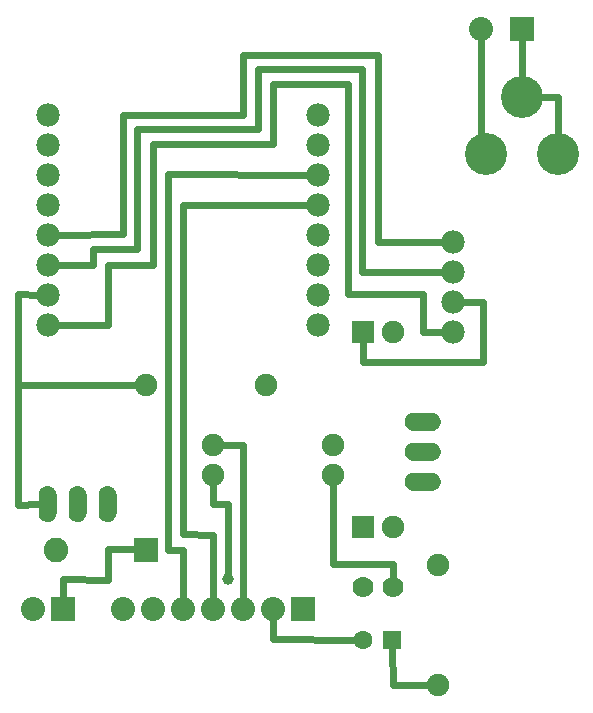
<source format=gtl>
G04 MADE WITH FRITZING*
G04 WWW.FRITZING.ORG*
G04 DOUBLE SIDED*
G04 HOLES PLATED*
G04 CONTOUR ON CENTER OF CONTOUR VECTOR*
%ASAXBY*%
%FSLAX23Y23*%
%MOIN*%
%OFA0B0*%
%SFA1.0B1.0*%
%ADD10C,0.077778*%
%ADD11C,0.075000*%
%ADD12C,0.080000*%
%ADD13C,0.140000*%
%ADD14C,0.060000*%
%ADD15C,0.062992*%
%ADD16C,0.070000*%
%ADD17C,0.082000*%
%ADD18C,0.039370*%
%ADD19C,0.078000*%
%ADD20R,0.080000X0.080000*%
%ADD21R,0.075000X0.075000*%
%ADD22R,0.062992X0.062992*%
%ADD23R,0.082000X0.082000*%
%ADD24C,0.024000*%
%ADD25R,0.001000X0.001000*%
%LNCOPPER1*%
G90*
G70*
G54D10*
X150Y2051D03*
X150Y1951D03*
X150Y1851D03*
X150Y1751D03*
X150Y1651D03*
X150Y1551D03*
X150Y1451D03*
X150Y1351D03*
X1050Y1351D03*
X1050Y1451D03*
X1050Y1551D03*
X1050Y1651D03*
X1050Y1751D03*
X1050Y1851D03*
X1050Y1951D03*
X1050Y2051D03*
G54D11*
X1100Y951D03*
X700Y951D03*
X1100Y851D03*
X700Y851D03*
G54D12*
X999Y402D03*
X899Y402D03*
X799Y402D03*
X699Y402D03*
X599Y402D03*
X499Y402D03*
X399Y402D03*
G54D13*
X1610Y1921D03*
X1850Y1921D03*
X1730Y2111D03*
G54D14*
X1400Y1026D03*
X1400Y926D03*
X1400Y826D03*
X1400Y1026D03*
X1400Y926D03*
X1400Y826D03*
G54D11*
X1200Y1326D03*
X1300Y1326D03*
X1200Y676D03*
X1300Y676D03*
X1450Y551D03*
X1450Y151D03*
G54D15*
X1298Y301D03*
X1200Y301D03*
G54D16*
X1200Y476D03*
X1300Y476D03*
G54D14*
X149Y752D03*
X249Y752D03*
X349Y752D03*
X149Y752D03*
X249Y752D03*
X349Y752D03*
G54D11*
X475Y1151D03*
X875Y1151D03*
G54D17*
X475Y601D03*
X177Y601D03*
G54D18*
X749Y502D03*
G54D12*
X199Y402D03*
X99Y402D03*
G54D19*
X1500Y1326D03*
X1500Y1426D03*
X1500Y1526D03*
X1500Y1626D03*
G54D12*
X1730Y2336D03*
X1592Y2336D03*
G54D20*
X999Y402D03*
G54D21*
X1200Y1326D03*
X1200Y676D03*
G54D22*
X1298Y301D03*
G54D23*
X476Y601D03*
G54D20*
X199Y402D03*
X1730Y2336D03*
G54D24*
X1600Y1426D02*
X1600Y1227D01*
D02*
X1600Y1227D02*
X1200Y1227D01*
D02*
X1530Y1426D02*
X1600Y1426D01*
D02*
X1200Y1227D02*
X1200Y1298D01*
D02*
X1173Y301D02*
X900Y303D01*
D02*
X900Y303D02*
X899Y401D01*
D02*
X199Y502D02*
X349Y501D01*
D02*
X349Y501D02*
X349Y602D01*
D02*
X199Y433D02*
X199Y502D01*
D02*
X349Y602D02*
X443Y602D01*
D02*
X1300Y151D02*
X1421Y151D01*
D02*
X899Y401D02*
X897Y371D01*
D02*
X1298Y274D02*
X1300Y151D01*
D02*
X599Y653D02*
X599Y1750D01*
D02*
X699Y651D02*
X599Y653D01*
D02*
X550Y601D02*
X550Y1853D01*
D02*
X600Y601D02*
X550Y601D01*
D02*
X699Y433D02*
X699Y651D01*
D02*
X599Y1750D02*
X1021Y1751D01*
D02*
X599Y433D02*
X600Y601D01*
D02*
X550Y1853D02*
X1021Y1851D01*
D02*
X49Y1151D02*
X49Y1452D01*
D02*
X49Y751D02*
X49Y1151D01*
D02*
X49Y1452D02*
X121Y1451D01*
D02*
X118Y752D02*
X49Y751D01*
D02*
X399Y1652D02*
X399Y2051D01*
D02*
X399Y2051D02*
X799Y2051D01*
D02*
X799Y2051D02*
X799Y2251D01*
D02*
X799Y2251D02*
X1251Y2251D01*
D02*
X1251Y2251D02*
X1251Y1626D01*
D02*
X1251Y1626D02*
X1470Y1626D01*
D02*
X301Y1550D02*
X301Y1602D01*
D02*
X301Y1602D02*
X448Y1602D01*
D02*
X448Y1602D02*
X448Y2002D01*
D02*
X448Y2002D02*
X851Y2002D01*
D02*
X851Y2002D02*
X851Y2202D01*
D02*
X851Y2202D02*
X1198Y2202D01*
D02*
X1198Y2202D02*
X1198Y1526D01*
D02*
X1198Y1526D02*
X1470Y1526D01*
D02*
X179Y1651D02*
X399Y1652D01*
D02*
X179Y1551D02*
X301Y1550D01*
D02*
X350Y1550D02*
X501Y1550D01*
D02*
X501Y1550D02*
X501Y1953D01*
D02*
X350Y1350D02*
X350Y1550D01*
D02*
X501Y1953D02*
X900Y1953D01*
D02*
X900Y1953D02*
X900Y2152D01*
D02*
X900Y2152D02*
X1149Y2152D01*
D02*
X1149Y2152D02*
X1149Y1453D01*
D02*
X1149Y1453D02*
X1401Y1453D01*
D02*
X1401Y1453D02*
X1401Y1326D01*
D02*
X1401Y1326D02*
X1470Y1326D01*
D02*
X179Y1351D02*
X350Y1350D01*
D02*
X750Y752D02*
X699Y752D01*
D02*
X699Y752D02*
X700Y823D01*
D02*
X749Y521D02*
X750Y752D01*
D02*
X799Y433D02*
X799Y951D01*
D02*
X799Y951D02*
X728Y951D01*
D02*
X1300Y552D02*
X1300Y502D01*
D02*
X1100Y552D02*
X1299Y552D01*
D02*
X1100Y823D02*
X1100Y552D01*
D02*
X1850Y2111D02*
X1850Y1982D01*
D02*
X1791Y2111D02*
X1850Y2111D01*
D02*
X49Y1151D02*
X446Y1151D01*
D02*
X1730Y2172D02*
X1730Y2305D01*
D02*
X1549Y1921D02*
X1592Y1921D01*
D02*
X1592Y1921D02*
X1592Y2305D01*
G54D25*
X1364Y1057D02*
X1433Y1057D01*
X1360Y1056D02*
X1437Y1056D01*
X1357Y1055D02*
X1440Y1055D01*
X1355Y1054D02*
X1442Y1054D01*
X1353Y1053D02*
X1444Y1053D01*
X1352Y1052D02*
X1445Y1052D01*
X1351Y1051D02*
X1447Y1051D01*
X1349Y1050D02*
X1448Y1050D01*
X1348Y1049D02*
X1449Y1049D01*
X1347Y1048D02*
X1450Y1048D01*
X1346Y1047D02*
X1394Y1047D01*
X1403Y1047D02*
X1451Y1047D01*
X1346Y1046D02*
X1391Y1046D01*
X1407Y1046D02*
X1452Y1046D01*
X1345Y1045D02*
X1389Y1045D01*
X1409Y1045D02*
X1452Y1045D01*
X1344Y1044D02*
X1387Y1044D01*
X1410Y1044D02*
X1453Y1044D01*
X1344Y1043D02*
X1386Y1043D01*
X1412Y1043D02*
X1454Y1043D01*
X1343Y1042D02*
X1385Y1042D01*
X1413Y1042D02*
X1454Y1042D01*
X1342Y1041D02*
X1384Y1041D01*
X1414Y1041D02*
X1455Y1041D01*
X1342Y1040D02*
X1383Y1040D01*
X1415Y1040D02*
X1455Y1040D01*
X1342Y1039D02*
X1382Y1039D01*
X1415Y1039D02*
X1456Y1039D01*
X1341Y1038D02*
X1381Y1038D01*
X1416Y1038D02*
X1456Y1038D01*
X1341Y1037D02*
X1381Y1037D01*
X1417Y1037D02*
X1457Y1037D01*
X1340Y1036D02*
X1380Y1036D01*
X1417Y1036D02*
X1457Y1036D01*
X1340Y1035D02*
X1380Y1035D01*
X1418Y1035D02*
X1457Y1035D01*
X1340Y1034D02*
X1379Y1034D01*
X1418Y1034D02*
X1457Y1034D01*
X1340Y1033D02*
X1379Y1033D01*
X1418Y1033D02*
X1458Y1033D01*
X1340Y1032D02*
X1379Y1032D01*
X1419Y1032D02*
X1458Y1032D01*
X1339Y1031D02*
X1379Y1031D01*
X1419Y1031D02*
X1458Y1031D01*
X1339Y1030D02*
X1378Y1030D01*
X1419Y1030D02*
X1458Y1030D01*
X1339Y1029D02*
X1378Y1029D01*
X1419Y1029D02*
X1458Y1029D01*
X1339Y1028D02*
X1378Y1028D01*
X1419Y1028D02*
X1458Y1028D01*
X1339Y1027D02*
X1378Y1027D01*
X1419Y1027D02*
X1458Y1027D01*
X1339Y1026D02*
X1378Y1026D01*
X1419Y1026D02*
X1458Y1026D01*
X1339Y1025D02*
X1378Y1025D01*
X1419Y1025D02*
X1458Y1025D01*
X1339Y1024D02*
X1379Y1024D01*
X1419Y1024D02*
X1458Y1024D01*
X1340Y1023D02*
X1379Y1023D01*
X1419Y1023D02*
X1458Y1023D01*
X1340Y1022D02*
X1379Y1022D01*
X1418Y1022D02*
X1458Y1022D01*
X1340Y1021D02*
X1379Y1021D01*
X1418Y1021D02*
X1457Y1021D01*
X1340Y1020D02*
X1380Y1020D01*
X1418Y1020D02*
X1457Y1020D01*
X1340Y1019D02*
X1380Y1019D01*
X1417Y1019D02*
X1457Y1019D01*
X1341Y1018D02*
X1381Y1018D01*
X1417Y1018D02*
X1457Y1018D01*
X1341Y1017D02*
X1381Y1017D01*
X1416Y1017D02*
X1456Y1017D01*
X1341Y1016D02*
X1382Y1016D01*
X1415Y1016D02*
X1456Y1016D01*
X1342Y1015D02*
X1383Y1015D01*
X1415Y1015D02*
X1455Y1015D01*
X1342Y1014D02*
X1384Y1014D01*
X1414Y1014D02*
X1455Y1014D01*
X1343Y1013D02*
X1384Y1013D01*
X1413Y1013D02*
X1454Y1013D01*
X1344Y1012D02*
X1386Y1012D01*
X1412Y1012D02*
X1454Y1012D01*
X1344Y1011D02*
X1387Y1011D01*
X1410Y1011D02*
X1453Y1011D01*
X1345Y1010D02*
X1389Y1010D01*
X1409Y1010D02*
X1452Y1010D01*
X1346Y1009D02*
X1391Y1009D01*
X1407Y1009D02*
X1452Y1009D01*
X1346Y1008D02*
X1394Y1008D01*
X1403Y1008D02*
X1451Y1008D01*
X1347Y1007D02*
X1450Y1007D01*
X1348Y1006D02*
X1449Y1006D01*
X1349Y1005D02*
X1448Y1005D01*
X1351Y1004D02*
X1447Y1004D01*
X1352Y1003D02*
X1445Y1003D01*
X1353Y1002D02*
X1444Y1002D01*
X1355Y1001D02*
X1442Y1001D01*
X1357Y1000D02*
X1440Y1000D01*
X1360Y999D02*
X1438Y999D01*
X1364Y998D02*
X1434Y998D01*
X1364Y957D02*
X1434Y957D01*
X1360Y956D02*
X1438Y956D01*
X1357Y955D02*
X1440Y955D01*
X1355Y954D02*
X1442Y954D01*
X1353Y953D02*
X1444Y953D01*
X1352Y952D02*
X1445Y952D01*
X1351Y951D02*
X1447Y951D01*
X1349Y950D02*
X1448Y950D01*
X1348Y949D02*
X1449Y949D01*
X1347Y948D02*
X1450Y948D01*
X1346Y947D02*
X1394Y947D01*
X1404Y947D02*
X1451Y947D01*
X1346Y946D02*
X1391Y946D01*
X1407Y946D02*
X1452Y946D01*
X1345Y945D02*
X1389Y945D01*
X1409Y945D02*
X1453Y945D01*
X1344Y944D02*
X1387Y944D01*
X1410Y944D02*
X1453Y944D01*
X1344Y943D02*
X1386Y943D01*
X1412Y943D02*
X1454Y943D01*
X1343Y942D02*
X1384Y942D01*
X1413Y942D02*
X1454Y942D01*
X1342Y941D02*
X1384Y941D01*
X1414Y941D02*
X1455Y941D01*
X1342Y940D02*
X1383Y940D01*
X1415Y940D02*
X1455Y940D01*
X1341Y939D02*
X1382Y939D01*
X1416Y939D02*
X1456Y939D01*
X1341Y938D02*
X1381Y938D01*
X1416Y938D02*
X1456Y938D01*
X1341Y937D02*
X1381Y937D01*
X1417Y937D02*
X1457Y937D01*
X1340Y936D02*
X1380Y936D01*
X1417Y936D02*
X1457Y936D01*
X1340Y935D02*
X1380Y935D01*
X1418Y935D02*
X1457Y935D01*
X1340Y934D02*
X1379Y934D01*
X1418Y934D02*
X1457Y934D01*
X1340Y933D02*
X1379Y933D01*
X1418Y933D02*
X1458Y933D01*
X1340Y932D02*
X1379Y932D01*
X1419Y932D02*
X1458Y932D01*
X1339Y931D02*
X1379Y931D01*
X1419Y931D02*
X1458Y931D01*
X1339Y930D02*
X1378Y930D01*
X1419Y930D02*
X1458Y930D01*
X1339Y929D02*
X1378Y929D01*
X1419Y929D02*
X1458Y929D01*
X1339Y928D02*
X1378Y928D01*
X1419Y928D02*
X1458Y928D01*
X1339Y927D02*
X1378Y927D01*
X1419Y927D02*
X1458Y927D01*
X1339Y926D02*
X1378Y926D01*
X1419Y926D02*
X1458Y926D01*
X1339Y925D02*
X1378Y925D01*
X1419Y925D02*
X1458Y925D01*
X1339Y924D02*
X1379Y924D01*
X1419Y924D02*
X1458Y924D01*
X1340Y923D02*
X1379Y923D01*
X1419Y923D02*
X1458Y923D01*
X1340Y922D02*
X1379Y922D01*
X1418Y922D02*
X1458Y922D01*
X1340Y921D02*
X1379Y921D01*
X1418Y921D02*
X1457Y921D01*
X1340Y920D02*
X1380Y920D01*
X1418Y920D02*
X1457Y920D01*
X1340Y919D02*
X1380Y919D01*
X1417Y919D02*
X1457Y919D01*
X1341Y918D02*
X1381Y918D01*
X1417Y918D02*
X1457Y918D01*
X1341Y917D02*
X1381Y917D01*
X1416Y917D02*
X1456Y917D01*
X1342Y916D02*
X1382Y916D01*
X1415Y916D02*
X1456Y916D01*
X1342Y915D02*
X1383Y915D01*
X1415Y915D02*
X1455Y915D01*
X1342Y914D02*
X1384Y914D01*
X1414Y914D02*
X1455Y914D01*
X1343Y913D02*
X1385Y913D01*
X1413Y913D02*
X1454Y913D01*
X1344Y912D02*
X1386Y912D01*
X1412Y912D02*
X1454Y912D01*
X1344Y911D02*
X1387Y911D01*
X1410Y911D02*
X1453Y911D01*
X1345Y910D02*
X1389Y910D01*
X1409Y910D02*
X1452Y910D01*
X1346Y909D02*
X1391Y909D01*
X1407Y909D02*
X1452Y909D01*
X1346Y908D02*
X1394Y908D01*
X1403Y908D02*
X1451Y908D01*
X1347Y907D02*
X1450Y907D01*
X1348Y906D02*
X1449Y906D01*
X1349Y905D02*
X1448Y905D01*
X1351Y904D02*
X1447Y904D01*
X1352Y903D02*
X1445Y903D01*
X1354Y902D02*
X1444Y902D01*
X1355Y901D02*
X1442Y901D01*
X1357Y900D02*
X1440Y900D01*
X1360Y899D02*
X1437Y899D01*
X1364Y898D02*
X1433Y898D01*
X1364Y857D02*
X1434Y857D01*
X1360Y856D02*
X1438Y856D01*
X1357Y855D02*
X1440Y855D01*
X1355Y854D02*
X1442Y854D01*
X1353Y853D02*
X1444Y853D01*
X1352Y852D02*
X1446Y852D01*
X1351Y851D02*
X1447Y851D01*
X1349Y850D02*
X1448Y850D01*
X1348Y849D02*
X1449Y849D01*
X1347Y848D02*
X1450Y848D01*
X1346Y847D02*
X1394Y847D01*
X1404Y847D02*
X1451Y847D01*
X1346Y846D02*
X1391Y846D01*
X1407Y846D02*
X1452Y846D01*
X1345Y845D02*
X1389Y845D01*
X1409Y845D02*
X1453Y845D01*
X1344Y844D02*
X1387Y844D01*
X1411Y844D02*
X1453Y844D01*
X1344Y843D02*
X1386Y843D01*
X1412Y843D02*
X1454Y843D01*
X1343Y842D02*
X1384Y842D01*
X1413Y842D02*
X1454Y842D01*
X1342Y841D02*
X1383Y841D01*
X1414Y841D02*
X1455Y841D01*
X1342Y840D02*
X1383Y840D01*
X1415Y840D02*
X1455Y840D01*
X1341Y839D02*
X1382Y839D01*
X1416Y839D02*
X1456Y839D01*
X1341Y838D02*
X1381Y838D01*
X1416Y838D02*
X1456Y838D01*
X1341Y837D02*
X1381Y837D01*
X1417Y837D02*
X1457Y837D01*
X1340Y836D02*
X1380Y836D01*
X1417Y836D02*
X1457Y836D01*
X1340Y835D02*
X1380Y835D01*
X1418Y835D02*
X1457Y835D01*
X1340Y834D02*
X1379Y834D01*
X1418Y834D02*
X1457Y834D01*
X1340Y833D02*
X1379Y833D01*
X1418Y833D02*
X1458Y833D01*
X1340Y832D02*
X1379Y832D01*
X1419Y832D02*
X1458Y832D01*
X1339Y831D02*
X1379Y831D01*
X1419Y831D02*
X1458Y831D01*
X1339Y830D02*
X1378Y830D01*
X1419Y830D02*
X1458Y830D01*
X1339Y829D02*
X1378Y829D01*
X1419Y829D02*
X1458Y829D01*
X1339Y828D02*
X1378Y828D01*
X1419Y828D02*
X1458Y828D01*
X1339Y827D02*
X1378Y827D01*
X1419Y827D02*
X1458Y827D01*
X1339Y826D02*
X1378Y826D01*
X1419Y826D02*
X1458Y826D01*
X1339Y825D02*
X1378Y825D01*
X1419Y825D02*
X1458Y825D01*
X1339Y824D02*
X1379Y824D01*
X1419Y824D02*
X1458Y824D01*
X1340Y823D02*
X1379Y823D01*
X1419Y823D02*
X1458Y823D01*
X1340Y822D02*
X1379Y822D01*
X1418Y822D02*
X1458Y822D01*
X1340Y821D02*
X1379Y821D01*
X1418Y821D02*
X1457Y821D01*
X1340Y820D02*
X1380Y820D01*
X1418Y820D02*
X1457Y820D01*
X1340Y819D02*
X1380Y819D01*
X1417Y819D02*
X1457Y819D01*
X1341Y818D02*
X1381Y818D01*
X1417Y818D02*
X1457Y818D01*
X1341Y817D02*
X1381Y817D01*
X1416Y817D02*
X1456Y817D01*
X1342Y816D02*
X1382Y816D01*
X1415Y816D02*
X1456Y816D01*
X1342Y815D02*
X1383Y815D01*
X1415Y815D02*
X1455Y815D01*
X1342Y814D02*
X1384Y814D01*
X1414Y814D02*
X1455Y814D01*
X145Y813D02*
X152Y813D01*
X245Y813D02*
X252Y813D01*
X345Y813D02*
X352Y813D01*
X1343Y813D02*
X1385Y813D01*
X1413Y813D02*
X1454Y813D01*
X140Y812D02*
X157Y812D01*
X240Y812D02*
X256Y812D01*
X340Y812D02*
X356Y812D01*
X1344Y812D02*
X1386Y812D01*
X1412Y812D02*
X1454Y812D01*
X137Y811D02*
X159Y811D01*
X237Y811D02*
X259Y811D01*
X337Y811D02*
X359Y811D01*
X1344Y811D02*
X1387Y811D01*
X1410Y811D02*
X1453Y811D01*
X135Y810D02*
X161Y810D01*
X235Y810D02*
X261Y810D01*
X335Y810D02*
X361Y810D01*
X1345Y810D02*
X1389Y810D01*
X1409Y810D02*
X1452Y810D01*
X133Y809D02*
X163Y809D01*
X233Y809D02*
X263Y809D01*
X333Y809D02*
X363Y809D01*
X1346Y809D02*
X1391Y809D01*
X1407Y809D02*
X1452Y809D01*
X132Y808D02*
X165Y808D01*
X232Y808D02*
X265Y808D01*
X332Y808D02*
X365Y808D01*
X1346Y808D02*
X1394Y808D01*
X1403Y808D02*
X1451Y808D01*
X131Y807D02*
X166Y807D01*
X230Y807D02*
X266Y807D01*
X330Y807D02*
X366Y807D01*
X1347Y807D02*
X1450Y807D01*
X129Y806D02*
X167Y806D01*
X229Y806D02*
X267Y806D01*
X329Y806D02*
X367Y806D01*
X1348Y806D02*
X1449Y806D01*
X128Y805D02*
X169Y805D01*
X228Y805D02*
X268Y805D01*
X328Y805D02*
X368Y805D01*
X1349Y805D02*
X1448Y805D01*
X127Y804D02*
X170Y804D01*
X227Y804D02*
X269Y804D01*
X327Y804D02*
X369Y804D01*
X1351Y804D02*
X1447Y804D01*
X126Y803D02*
X170Y803D01*
X226Y803D02*
X270Y803D01*
X326Y803D02*
X370Y803D01*
X1352Y803D02*
X1445Y803D01*
X125Y802D02*
X171Y802D01*
X225Y802D02*
X271Y802D01*
X325Y802D02*
X371Y802D01*
X1354Y802D02*
X1444Y802D01*
X125Y801D02*
X172Y801D01*
X225Y801D02*
X272Y801D01*
X325Y801D02*
X372Y801D01*
X1355Y801D02*
X1442Y801D01*
X124Y800D02*
X173Y800D01*
X224Y800D02*
X273Y800D01*
X324Y800D02*
X373Y800D01*
X1357Y800D02*
X1440Y800D01*
X123Y799D02*
X173Y799D01*
X223Y799D02*
X273Y799D01*
X323Y799D02*
X373Y799D01*
X1360Y799D02*
X1437Y799D01*
X123Y798D02*
X174Y798D01*
X223Y798D02*
X274Y798D01*
X323Y798D02*
X374Y798D01*
X1364Y798D02*
X1433Y798D01*
X122Y797D02*
X174Y797D01*
X222Y797D02*
X274Y797D01*
X322Y797D02*
X374Y797D01*
X122Y796D02*
X175Y796D01*
X222Y796D02*
X275Y796D01*
X322Y796D02*
X375Y796D01*
X121Y795D02*
X175Y795D01*
X221Y795D02*
X275Y795D01*
X321Y795D02*
X375Y795D01*
X121Y794D02*
X176Y794D01*
X221Y794D02*
X276Y794D01*
X321Y794D02*
X376Y794D01*
X120Y793D02*
X176Y793D01*
X220Y793D02*
X276Y793D01*
X320Y793D02*
X376Y793D01*
X120Y792D02*
X177Y792D01*
X220Y792D02*
X276Y792D01*
X320Y792D02*
X376Y792D01*
X120Y791D02*
X177Y791D01*
X220Y791D02*
X277Y791D01*
X320Y791D02*
X377Y791D01*
X120Y790D02*
X177Y790D01*
X220Y790D02*
X277Y790D01*
X320Y790D02*
X377Y790D01*
X119Y789D02*
X177Y789D01*
X219Y789D02*
X277Y789D01*
X319Y789D02*
X377Y789D01*
X119Y788D02*
X177Y788D01*
X219Y788D02*
X277Y788D01*
X319Y788D02*
X377Y788D01*
X119Y787D02*
X178Y787D01*
X219Y787D02*
X278Y787D01*
X319Y787D02*
X377Y787D01*
X119Y786D02*
X178Y786D01*
X219Y786D02*
X278Y786D01*
X319Y786D02*
X378Y786D01*
X119Y785D02*
X178Y785D01*
X219Y785D02*
X278Y785D01*
X319Y785D02*
X378Y785D01*
X119Y784D02*
X178Y784D01*
X219Y784D02*
X278Y784D01*
X319Y784D02*
X378Y784D01*
X119Y783D02*
X178Y783D01*
X219Y783D02*
X278Y783D01*
X319Y783D02*
X378Y783D01*
X119Y782D02*
X178Y782D01*
X219Y782D02*
X278Y782D01*
X319Y782D02*
X378Y782D01*
X119Y781D02*
X178Y781D01*
X219Y781D02*
X278Y781D01*
X319Y781D02*
X378Y781D01*
X119Y780D02*
X178Y780D01*
X219Y780D02*
X278Y780D01*
X319Y780D02*
X378Y780D01*
X119Y779D02*
X178Y779D01*
X219Y779D02*
X278Y779D01*
X319Y779D02*
X378Y779D01*
X119Y778D02*
X178Y778D01*
X219Y778D02*
X278Y778D01*
X319Y778D02*
X378Y778D01*
X119Y777D02*
X178Y777D01*
X219Y777D02*
X278Y777D01*
X319Y777D02*
X378Y777D01*
X119Y776D02*
X178Y776D01*
X219Y776D02*
X278Y776D01*
X319Y776D02*
X378Y776D01*
X119Y775D02*
X178Y775D01*
X219Y775D02*
X278Y775D01*
X319Y775D02*
X378Y775D01*
X119Y774D02*
X178Y774D01*
X219Y774D02*
X278Y774D01*
X319Y774D02*
X378Y774D01*
X119Y773D02*
X145Y773D01*
X152Y773D02*
X178Y773D01*
X219Y773D02*
X245Y773D01*
X252Y773D02*
X278Y773D01*
X319Y773D02*
X345Y773D01*
X352Y773D02*
X378Y773D01*
X119Y772D02*
X141Y772D01*
X156Y772D02*
X178Y772D01*
X219Y772D02*
X241Y772D01*
X256Y772D02*
X278Y772D01*
X319Y772D02*
X341Y772D01*
X356Y772D02*
X378Y772D01*
X119Y771D02*
X139Y771D01*
X158Y771D02*
X178Y771D01*
X219Y771D02*
X239Y771D01*
X258Y771D02*
X278Y771D01*
X319Y771D02*
X339Y771D01*
X358Y771D02*
X378Y771D01*
X119Y770D02*
X137Y770D01*
X160Y770D02*
X178Y770D01*
X219Y770D02*
X237Y770D01*
X260Y770D02*
X278Y770D01*
X319Y770D02*
X337Y770D01*
X360Y770D02*
X378Y770D01*
X119Y769D02*
X136Y769D01*
X161Y769D02*
X178Y769D01*
X219Y769D02*
X236Y769D01*
X261Y769D02*
X278Y769D01*
X319Y769D02*
X335Y769D01*
X361Y769D02*
X378Y769D01*
X119Y768D02*
X134Y768D01*
X162Y768D02*
X178Y768D01*
X219Y768D02*
X234Y768D01*
X262Y768D02*
X278Y768D01*
X319Y768D02*
X334Y768D01*
X362Y768D02*
X378Y768D01*
X119Y767D02*
X133Y767D01*
X163Y767D02*
X178Y767D01*
X219Y767D02*
X233Y767D01*
X263Y767D02*
X278Y767D01*
X319Y767D02*
X333Y767D01*
X363Y767D02*
X378Y767D01*
X119Y766D02*
X133Y766D01*
X164Y766D02*
X178Y766D01*
X219Y766D02*
X232Y766D01*
X264Y766D02*
X278Y766D01*
X319Y766D02*
X332Y766D01*
X364Y766D02*
X378Y766D01*
X119Y765D02*
X132Y765D01*
X165Y765D02*
X178Y765D01*
X219Y765D02*
X232Y765D01*
X265Y765D02*
X278Y765D01*
X319Y765D02*
X332Y765D01*
X365Y765D02*
X378Y765D01*
X119Y764D02*
X131Y764D01*
X166Y764D02*
X178Y764D01*
X219Y764D02*
X231Y764D01*
X266Y764D02*
X278Y764D01*
X319Y764D02*
X331Y764D01*
X366Y764D02*
X378Y764D01*
X119Y763D02*
X130Y763D01*
X166Y763D02*
X178Y763D01*
X219Y763D02*
X230Y763D01*
X266Y763D02*
X278Y763D01*
X319Y763D02*
X330Y763D01*
X366Y763D02*
X378Y763D01*
X119Y762D02*
X130Y762D01*
X167Y762D02*
X178Y762D01*
X219Y762D02*
X230Y762D01*
X267Y762D02*
X278Y762D01*
X319Y762D02*
X330Y762D01*
X367Y762D02*
X378Y762D01*
X119Y761D02*
X129Y761D01*
X167Y761D02*
X178Y761D01*
X219Y761D02*
X229Y761D01*
X267Y761D02*
X278Y761D01*
X319Y761D02*
X329Y761D01*
X367Y761D02*
X378Y761D01*
X119Y760D02*
X129Y760D01*
X168Y760D02*
X178Y760D01*
X219Y760D02*
X229Y760D01*
X268Y760D02*
X278Y760D01*
X319Y760D02*
X329Y760D01*
X368Y760D02*
X378Y760D01*
X119Y759D02*
X129Y759D01*
X168Y759D02*
X178Y759D01*
X219Y759D02*
X229Y759D01*
X268Y759D02*
X278Y759D01*
X319Y759D02*
X329Y759D01*
X368Y759D02*
X378Y759D01*
X119Y758D02*
X128Y758D01*
X168Y758D02*
X178Y758D01*
X219Y758D02*
X228Y758D01*
X268Y758D02*
X278Y758D01*
X319Y758D02*
X328Y758D01*
X368Y758D02*
X378Y758D01*
X119Y757D02*
X128Y757D01*
X168Y757D02*
X178Y757D01*
X219Y757D02*
X228Y757D01*
X268Y757D02*
X278Y757D01*
X319Y757D02*
X328Y757D01*
X368Y757D02*
X378Y757D01*
X119Y756D02*
X128Y756D01*
X169Y756D02*
X178Y756D01*
X219Y756D02*
X228Y756D01*
X269Y756D02*
X278Y756D01*
X319Y756D02*
X328Y756D01*
X368Y756D02*
X378Y756D01*
X119Y755D02*
X128Y755D01*
X169Y755D02*
X178Y755D01*
X219Y755D02*
X228Y755D01*
X269Y755D02*
X278Y755D01*
X319Y755D02*
X328Y755D01*
X369Y755D02*
X378Y755D01*
X119Y754D02*
X128Y754D01*
X169Y754D02*
X178Y754D01*
X219Y754D02*
X228Y754D01*
X269Y754D02*
X278Y754D01*
X319Y754D02*
X328Y754D01*
X369Y754D02*
X378Y754D01*
X119Y753D02*
X128Y753D01*
X169Y753D02*
X178Y753D01*
X219Y753D02*
X228Y753D01*
X269Y753D02*
X278Y753D01*
X319Y753D02*
X328Y753D01*
X369Y753D02*
X378Y753D01*
X119Y752D02*
X128Y752D01*
X169Y752D02*
X178Y752D01*
X219Y752D02*
X228Y752D01*
X269Y752D02*
X278Y752D01*
X319Y752D02*
X328Y752D01*
X369Y752D02*
X378Y752D01*
X119Y751D02*
X128Y751D01*
X169Y751D02*
X178Y751D01*
X219Y751D02*
X228Y751D01*
X269Y751D02*
X278Y751D01*
X319Y751D02*
X328Y751D01*
X369Y751D02*
X378Y751D01*
X119Y750D02*
X128Y750D01*
X168Y750D02*
X178Y750D01*
X219Y750D02*
X228Y750D01*
X268Y750D02*
X278Y750D01*
X319Y750D02*
X328Y750D01*
X368Y750D02*
X378Y750D01*
X119Y749D02*
X128Y749D01*
X168Y749D02*
X178Y749D01*
X219Y749D02*
X228Y749D01*
X268Y749D02*
X278Y749D01*
X319Y749D02*
X328Y749D01*
X368Y749D02*
X378Y749D01*
X119Y748D02*
X129Y748D01*
X168Y748D02*
X178Y748D01*
X219Y748D02*
X229Y748D01*
X268Y748D02*
X278Y748D01*
X319Y748D02*
X329Y748D01*
X368Y748D02*
X378Y748D01*
X119Y747D02*
X129Y747D01*
X168Y747D02*
X178Y747D01*
X219Y747D02*
X229Y747D01*
X268Y747D02*
X278Y747D01*
X319Y747D02*
X329Y747D01*
X368Y747D02*
X378Y747D01*
X119Y746D02*
X129Y746D01*
X167Y746D02*
X178Y746D01*
X219Y746D02*
X229Y746D01*
X267Y746D02*
X278Y746D01*
X319Y746D02*
X329Y746D01*
X367Y746D02*
X378Y746D01*
X119Y745D02*
X130Y745D01*
X167Y745D02*
X178Y745D01*
X219Y745D02*
X230Y745D01*
X267Y745D02*
X278Y745D01*
X319Y745D02*
X330Y745D01*
X367Y745D02*
X378Y745D01*
X119Y744D02*
X130Y744D01*
X166Y744D02*
X178Y744D01*
X219Y744D02*
X230Y744D01*
X266Y744D02*
X278Y744D01*
X319Y744D02*
X330Y744D01*
X366Y744D02*
X378Y744D01*
X119Y743D02*
X131Y743D01*
X166Y743D02*
X178Y743D01*
X219Y743D02*
X231Y743D01*
X266Y743D02*
X278Y743D01*
X319Y743D02*
X331Y743D01*
X366Y743D02*
X378Y743D01*
X119Y742D02*
X131Y742D01*
X165Y742D02*
X178Y742D01*
X219Y742D02*
X231Y742D01*
X265Y742D02*
X278Y742D01*
X319Y742D02*
X331Y742D01*
X365Y742D02*
X378Y742D01*
X119Y741D02*
X132Y741D01*
X164Y741D02*
X178Y741D01*
X219Y741D02*
X232Y741D01*
X264Y741D02*
X278Y741D01*
X319Y741D02*
X332Y741D01*
X364Y741D02*
X378Y741D01*
X119Y740D02*
X133Y740D01*
X164Y740D02*
X178Y740D01*
X219Y740D02*
X233Y740D01*
X264Y740D02*
X278Y740D01*
X319Y740D02*
X333Y740D01*
X364Y740D02*
X378Y740D01*
X119Y739D02*
X134Y739D01*
X163Y739D02*
X178Y739D01*
X219Y739D02*
X234Y739D01*
X263Y739D02*
X278Y739D01*
X319Y739D02*
X334Y739D01*
X363Y739D02*
X378Y739D01*
X119Y738D02*
X135Y738D01*
X162Y738D02*
X178Y738D01*
X219Y738D02*
X235Y738D01*
X262Y738D02*
X278Y738D01*
X319Y738D02*
X335Y738D01*
X361Y738D02*
X378Y738D01*
X119Y737D02*
X136Y737D01*
X160Y737D02*
X178Y737D01*
X219Y737D02*
X236Y737D01*
X260Y737D02*
X278Y737D01*
X319Y737D02*
X336Y737D01*
X360Y737D02*
X378Y737D01*
X119Y736D02*
X138Y736D01*
X159Y736D02*
X178Y736D01*
X219Y736D02*
X238Y736D01*
X259Y736D02*
X278Y736D01*
X319Y736D02*
X338Y736D01*
X359Y736D02*
X378Y736D01*
X119Y735D02*
X140Y735D01*
X157Y735D02*
X178Y735D01*
X219Y735D02*
X240Y735D01*
X257Y735D02*
X278Y735D01*
X319Y735D02*
X340Y735D01*
X357Y735D02*
X378Y735D01*
X119Y734D02*
X143Y734D01*
X154Y734D02*
X178Y734D01*
X219Y734D02*
X243Y734D01*
X254Y734D02*
X278Y734D01*
X319Y734D02*
X343Y734D01*
X354Y734D02*
X378Y734D01*
X119Y733D02*
X178Y733D01*
X219Y733D02*
X278Y733D01*
X319Y733D02*
X378Y733D01*
X119Y732D02*
X178Y732D01*
X219Y732D02*
X278Y732D01*
X319Y732D02*
X378Y732D01*
X119Y731D02*
X178Y731D01*
X219Y731D02*
X278Y731D01*
X319Y731D02*
X378Y731D01*
X119Y730D02*
X178Y730D01*
X219Y730D02*
X278Y730D01*
X319Y730D02*
X378Y730D01*
X119Y729D02*
X178Y729D01*
X219Y729D02*
X278Y729D01*
X319Y729D02*
X378Y729D01*
X119Y728D02*
X178Y728D01*
X219Y728D02*
X278Y728D01*
X319Y728D02*
X378Y728D01*
X119Y727D02*
X178Y727D01*
X219Y727D02*
X278Y727D01*
X319Y727D02*
X378Y727D01*
X119Y726D02*
X178Y726D01*
X219Y726D02*
X278Y726D01*
X319Y726D02*
X378Y726D01*
X119Y725D02*
X178Y725D01*
X219Y725D02*
X278Y725D01*
X319Y725D02*
X378Y725D01*
X119Y724D02*
X178Y724D01*
X219Y724D02*
X278Y724D01*
X319Y724D02*
X378Y724D01*
X119Y723D02*
X178Y723D01*
X219Y723D02*
X278Y723D01*
X319Y723D02*
X378Y723D01*
X119Y722D02*
X178Y722D01*
X219Y722D02*
X278Y722D01*
X319Y722D02*
X378Y722D01*
X119Y721D02*
X178Y721D01*
X219Y721D02*
X278Y721D01*
X319Y721D02*
X378Y721D01*
X119Y720D02*
X178Y720D01*
X219Y720D02*
X278Y720D01*
X319Y720D02*
X378Y720D01*
X119Y719D02*
X177Y719D01*
X219Y719D02*
X277Y719D01*
X319Y719D02*
X377Y719D01*
X119Y718D02*
X177Y718D01*
X219Y718D02*
X277Y718D01*
X319Y718D02*
X377Y718D01*
X120Y717D02*
X177Y717D01*
X219Y717D02*
X277Y717D01*
X319Y717D02*
X377Y717D01*
X120Y716D02*
X177Y716D01*
X220Y716D02*
X277Y716D01*
X320Y716D02*
X377Y716D01*
X120Y715D02*
X177Y715D01*
X220Y715D02*
X277Y715D01*
X320Y715D02*
X377Y715D01*
X120Y714D02*
X176Y714D01*
X220Y714D02*
X276Y714D01*
X320Y714D02*
X376Y714D01*
X121Y713D02*
X176Y713D01*
X221Y713D02*
X276Y713D01*
X321Y713D02*
X376Y713D01*
X121Y712D02*
X176Y712D01*
X221Y712D02*
X276Y712D01*
X321Y712D02*
X376Y712D01*
X122Y711D02*
X175Y711D01*
X221Y711D02*
X275Y711D01*
X321Y711D02*
X375Y711D01*
X122Y710D02*
X175Y710D01*
X222Y710D02*
X275Y710D01*
X322Y710D02*
X375Y710D01*
X122Y709D02*
X174Y709D01*
X222Y709D02*
X274Y709D01*
X322Y709D02*
X374Y709D01*
X123Y708D02*
X174Y708D01*
X223Y708D02*
X274Y708D01*
X323Y708D02*
X374Y708D01*
X124Y707D02*
X173Y707D01*
X224Y707D02*
X273Y707D01*
X324Y707D02*
X373Y707D01*
X124Y706D02*
X172Y706D01*
X224Y706D02*
X272Y706D01*
X324Y706D02*
X372Y706D01*
X125Y705D02*
X172Y705D01*
X225Y705D02*
X271Y705D01*
X325Y705D02*
X371Y705D01*
X126Y704D02*
X171Y704D01*
X226Y704D02*
X271Y704D01*
X326Y704D02*
X371Y704D01*
X127Y703D02*
X170Y703D01*
X227Y703D02*
X270Y703D01*
X327Y703D02*
X370Y703D01*
X128Y702D02*
X169Y702D01*
X228Y702D02*
X269Y702D01*
X328Y702D02*
X369Y702D01*
X129Y701D02*
X168Y701D01*
X229Y701D02*
X268Y701D01*
X329Y701D02*
X368Y701D01*
X130Y700D02*
X167Y700D01*
X230Y700D02*
X267Y700D01*
X330Y700D02*
X367Y700D01*
X131Y699D02*
X165Y699D01*
X231Y699D02*
X265Y699D01*
X331Y699D02*
X365Y699D01*
X133Y698D02*
X164Y698D01*
X233Y698D02*
X264Y698D01*
X333Y698D02*
X364Y698D01*
X134Y697D02*
X162Y697D01*
X234Y697D02*
X262Y697D01*
X334Y697D02*
X362Y697D01*
X137Y696D02*
X160Y696D01*
X236Y696D02*
X260Y696D01*
X336Y696D02*
X360Y696D01*
X139Y695D02*
X158Y695D01*
X239Y695D02*
X258Y695D01*
X339Y695D02*
X358Y695D01*
X143Y694D02*
X154Y694D01*
X243Y694D02*
X254Y694D01*
X342Y694D02*
X354Y694D01*
D02*
G04 End of Copper1*
M02*
</source>
